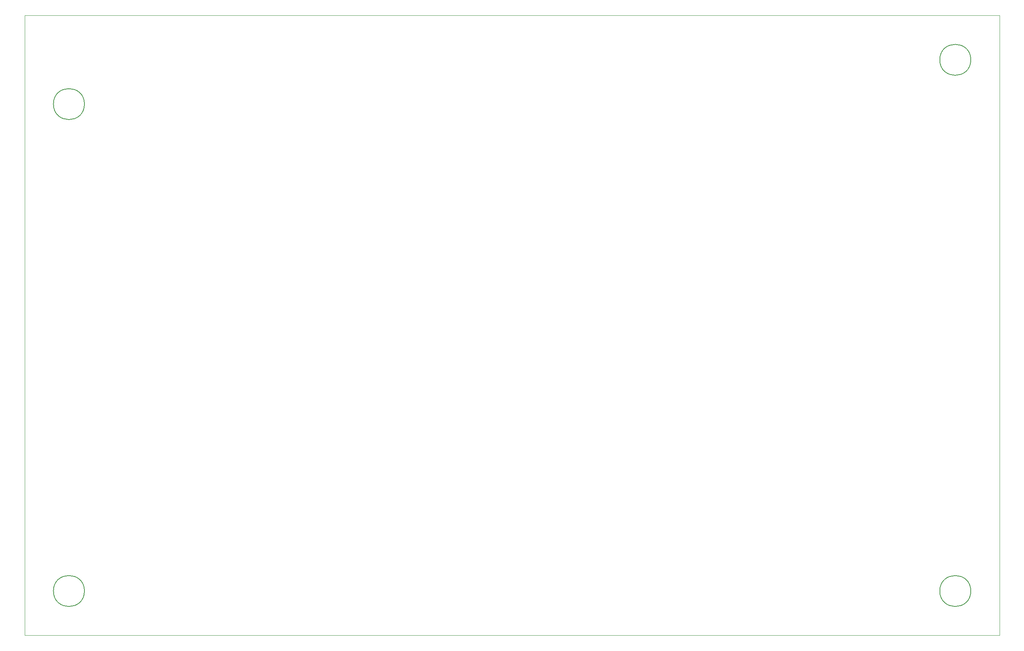
<source format=gbr>
%TF.GenerationSoftware,KiCad,Pcbnew,7.0.2*%
%TF.CreationDate,2023-06-15T01:27:37-07:00*%
%TF.ProjectId,DS5,4453352e-6b69-4636-9164-5f7063625858,rev?*%
%TF.SameCoordinates,Original*%
%TF.FileFunction,Profile,NP*%
%FSLAX46Y46*%
G04 Gerber Fmt 4.6, Leading zero omitted, Abs format (unit mm)*
G04 Created by KiCad (PCBNEW 7.0.2) date 2023-06-15 01:27:37*
%MOMM*%
%LPD*%
G01*
G04 APERTURE LIST*
%TA.AperFunction,Profile*%
%ADD10C,0.150000*%
%TD*%
%TA.AperFunction,Profile*%
%ADD11C,0.100000*%
%TD*%
G04 APERTURE END LIST*
D10*
X31500000Y-37000000D02*
G75*
G03*
X31500000Y-37000000I-3500000J0D01*
G01*
X31500000Y-147000000D02*
G75*
G03*
X31500000Y-147000000I-3500000J0D01*
G01*
X231500000Y-147000000D02*
G75*
G03*
X231500000Y-147000000I-3500000J0D01*
G01*
X231500000Y-27000000D02*
G75*
G03*
X231500000Y-27000000I-3500000J0D01*
G01*
D11*
X18000000Y-17000000D02*
X238000000Y-17000000D01*
X238000000Y-157000000D01*
X18000000Y-157000000D01*
X18000000Y-17000000D01*
M02*

</source>
